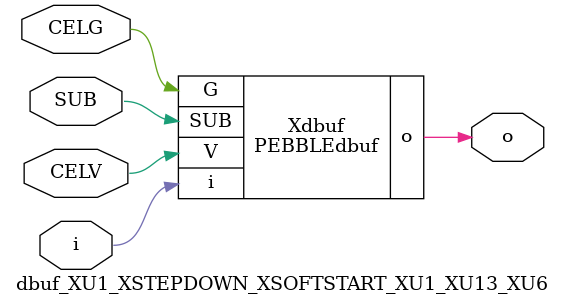
<source format=v>



module PEBBLEdbuf ( o, G, SUB, V, i );

  input V;
  input i;
  input G;
  output o;
  input SUB;
endmodule

//Celera Confidential Do Not Copy dbuf_XU1_XSTEPDOWN_XSOFTSTART_XU1_XU13_XU6
//Celera Confidential Symbol Generator
//Digital Buffer
module dbuf_XU1_XSTEPDOWN_XSOFTSTART_XU1_XU13_XU6 (CELV,CELG,i,o,SUB);
input CELV;
input CELG;
input i;
input SUB;
output o;

//Celera Confidential Do Not Copy dbuf
PEBBLEdbuf Xdbuf(
.V (CELV),
.i (i),
.o (o),
.SUB (SUB),
.G (CELG)
);
//,diesize,PEBBLEdbuf

//Celera Confidential Do Not Copy Module End
//Celera Schematic Generator
endmodule

</source>
